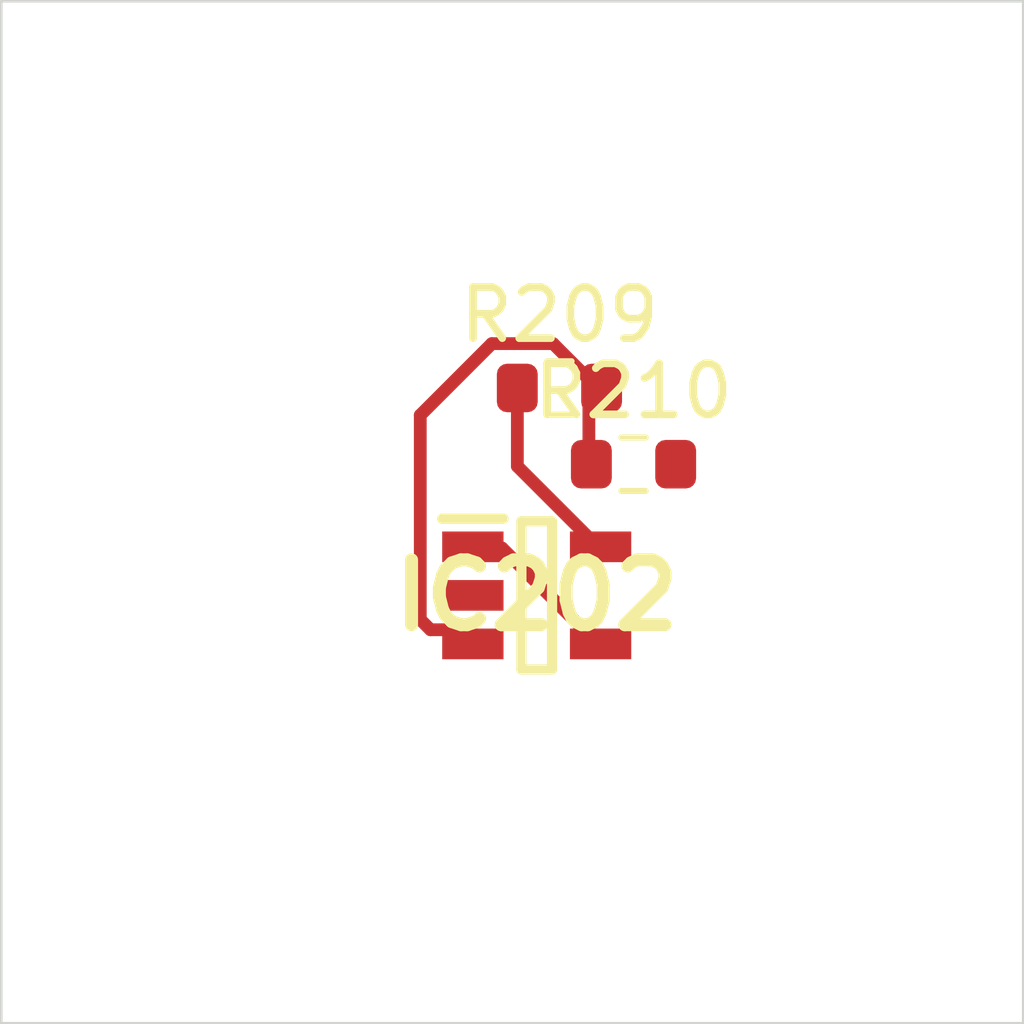
<source format=kicad_pcb>
 ( kicad_pcb  ( version 20171130 )
 ( host pcbnew 5.1.12-84ad8e8a86~92~ubuntu18.04.1 )
 ( general  ( thickness 1.6 )
 ( drawings 4 )
 ( tracks 0 )
 ( zones 0 )
 ( modules 3 )
 ( nets 5 )
)
 ( page A4 )
 ( layers  ( 0 F.Cu signal )
 ( 31 B.Cu signal )
 ( 32 B.Adhes user )
 ( 33 F.Adhes user )
 ( 34 B.Paste user )
 ( 35 F.Paste user )
 ( 36 B.SilkS user )
 ( 37 F.SilkS user )
 ( 38 B.Mask user )
 ( 39 F.Mask user )
 ( 40 Dwgs.User user )
 ( 41 Cmts.User user )
 ( 42 Eco1.User user )
 ( 43 Eco2.User user )
 ( 44 Edge.Cuts user )
 ( 45 Margin user )
 ( 46 B.CrtYd user )
 ( 47 F.CrtYd user )
 ( 48 B.Fab user )
 ( 49 F.Fab user )
)
 ( setup  ( last_trace_width 0.25 )
 ( trace_clearance 0.2 )
 ( zone_clearance 0.508 )
 ( zone_45_only no )
 ( trace_min 0.2 )
 ( via_size 0.8 )
 ( via_drill 0.4 )
 ( via_min_size 0.4 )
 ( via_min_drill 0.3 )
 ( uvia_size 0.3 )
 ( uvia_drill 0.1 )
 ( uvias_allowed no )
 ( uvia_min_size 0.2 )
 ( uvia_min_drill 0.1 )
 ( edge_width 0.05 )
 ( segment_width 0.2 )
 ( pcb_text_width 0.3 )
 ( pcb_text_size 1.5 1.5 )
 ( mod_edge_width 0.12 )
 ( mod_text_size 1 1 )
 ( mod_text_width 0.15 )
 ( pad_size 1.524 1.524 )
 ( pad_drill 0.762 )
 ( pad_to_mask_clearance 0 )
 ( aux_axis_origin 0 0 )
 ( visible_elements FFFFFF7F )
 ( pcbplotparams  ( layerselection 0x010fc_ffffffff )
 ( usegerberextensions false )
 ( usegerberattributes true )
 ( usegerberadvancedattributes true )
 ( creategerberjobfile true )
 ( excludeedgelayer true )
 ( linewidth 0.100000 )
 ( plotframeref false )
 ( viasonmask false )
 ( mode 1 )
 ( useauxorigin false )
 ( hpglpennumber 1 )
 ( hpglpenspeed 20 )
 ( hpglpendiameter 15.000000 )
 ( psnegative false )
 ( psa4output false )
 ( plotreference true )
 ( plotvalue true )
 ( plotinvisibletext false )
 ( padsonsilk false )
 ( subtractmaskfromsilk false )
 ( outputformat 1 )
 ( mirror false )
 ( drillshape 1 )
 ( scaleselection 1 )
 ( outputdirectory "" )
)
)
 ( net 0 "" )
 ( net 1 GND )
 ( net 2 VDDA )
 ( net 3 /Sheet6235D886/vp )
 ( net 4 "Net-(IC202-Pad3)" )
 ( net_class Default "This is the default net class."  ( clearance 0.2 )
 ( trace_width 0.25 )
 ( via_dia 0.8 )
 ( via_drill 0.4 )
 ( uvia_dia 0.3 )
 ( uvia_drill 0.1 )
 ( add_net /Sheet6235D886/vp )
 ( add_net GND )
 ( add_net "Net-(IC202-Pad3)" )
 ( add_net VDDA )
)
 ( module SOT95P280X145-5N locked  ( layer F.Cu )
 ( tedit 62336ED7 )
 ( tstamp 623423ED )
 ( at 90.479100 111.627000 )
 ( descr DBV0005A )
 ( tags "Integrated Circuit" )
 ( path /6235D887/6266C08E )
 ( attr smd )
 ( fp_text reference IC202  ( at 0 0 )
 ( layer F.SilkS )
 ( effects  ( font  ( size 1.27 1.27 )
 ( thickness 0.254 )
)
)
)
 ( fp_text value TL071HIDBVR  ( at 0 0 )
 ( layer F.SilkS )
hide  ( effects  ( font  ( size 1.27 1.27 )
 ( thickness 0.254 )
)
)
)
 ( fp_line  ( start -1.85 -1.5 )
 ( end -0.65 -1.5 )
 ( layer F.SilkS )
 ( width 0.2 )
)
 ( fp_line  ( start -0.3 1.45 )
 ( end -0.3 -1.45 )
 ( layer F.SilkS )
 ( width 0.2 )
)
 ( fp_line  ( start 0.3 1.45 )
 ( end -0.3 1.45 )
 ( layer F.SilkS )
 ( width 0.2 )
)
 ( fp_line  ( start 0.3 -1.45 )
 ( end 0.3 1.45 )
 ( layer F.SilkS )
 ( width 0.2 )
)
 ( fp_line  ( start -0.3 -1.45 )
 ( end 0.3 -1.45 )
 ( layer F.SilkS )
 ( width 0.2 )
)
 ( fp_line  ( start -0.8 -0.5 )
 ( end 0.15 -1.45 )
 ( layer Dwgs.User )
 ( width 0.1 )
)
 ( fp_line  ( start -0.8 1.45 )
 ( end -0.8 -1.45 )
 ( layer Dwgs.User )
 ( width 0.1 )
)
 ( fp_line  ( start 0.8 1.45 )
 ( end -0.8 1.45 )
 ( layer Dwgs.User )
 ( width 0.1 )
)
 ( fp_line  ( start 0.8 -1.45 )
 ( end 0.8 1.45 )
 ( layer Dwgs.User )
 ( width 0.1 )
)
 ( fp_line  ( start -0.8 -1.45 )
 ( end 0.8 -1.45 )
 ( layer Dwgs.User )
 ( width 0.1 )
)
 ( fp_line  ( start -2.1 1.775 )
 ( end -2.1 -1.775 )
 ( layer Dwgs.User )
 ( width 0.05 )
)
 ( fp_line  ( start 2.1 1.775 )
 ( end -2.1 1.775 )
 ( layer Dwgs.User )
 ( width 0.05 )
)
 ( fp_line  ( start 2.1 -1.775 )
 ( end 2.1 1.775 )
 ( layer Dwgs.User )
 ( width 0.05 )
)
 ( fp_line  ( start -2.1 -1.775 )
 ( end 2.1 -1.775 )
 ( layer Dwgs.User )
 ( width 0.05 )
)
 ( pad 1 smd rect  ( at -1.25 -0.95 90.000000 )
 ( size 0.6 1.2 )
 ( layers F.Cu F.Mask F.Paste )
 ( net 3 /Sheet6235D886/vp )
)
 ( pad 2 smd rect  ( at -1.25 0 90.000000 )
 ( size 0.6 1.2 )
 ( layers F.Cu F.Mask F.Paste )
 ( net 1 GND )
)
 ( pad 3 smd rect  ( at -1.25 0.95 90.000000 )
 ( size 0.6 1.2 )
 ( layers F.Cu F.Mask F.Paste )
 ( net 4 "Net-(IC202-Pad3)" )
)
 ( pad 4 smd rect  ( at 1.25 0.95 90.000000 )
 ( size 0.6 1.2 )
 ( layers F.Cu F.Mask F.Paste )
 ( net 3 /Sheet6235D886/vp )
)
 ( pad 5 smd rect  ( at 1.25 -0.95 90.000000 )
 ( size 0.6 1.2 )
 ( layers F.Cu F.Mask F.Paste )
 ( net 2 VDDA )
)
)
 ( module Resistor_SMD:R_0603_1608Metric  ( layer F.Cu )
 ( tedit 5F68FEEE )
 ( tstamp 62342595 )
 ( at 90.923900 107.568000 )
 ( descr "Resistor SMD 0603 (1608 Metric), square (rectangular) end terminal, IPC_7351 nominal, (Body size source: IPC-SM-782 page 72, https://www.pcb-3d.com/wordpress/wp-content/uploads/ipc-sm-782a_amendment_1_and_2.pdf), generated with kicad-footprint-generator" )
 ( tags resistor )
 ( path /6235D887/623CDBD9 )
 ( attr smd )
 ( fp_text reference R209  ( at 0 -1.43 )
 ( layer F.SilkS )
 ( effects  ( font  ( size 1 1 )
 ( thickness 0.15 )
)
)
)
 ( fp_text value 100k  ( at 0 1.43 )
 ( layer F.Fab )
 ( effects  ( font  ( size 1 1 )
 ( thickness 0.15 )
)
)
)
 ( fp_line  ( start -0.8 0.4125 )
 ( end -0.8 -0.4125 )
 ( layer F.Fab )
 ( width 0.1 )
)
 ( fp_line  ( start -0.8 -0.4125 )
 ( end 0.8 -0.4125 )
 ( layer F.Fab )
 ( width 0.1 )
)
 ( fp_line  ( start 0.8 -0.4125 )
 ( end 0.8 0.4125 )
 ( layer F.Fab )
 ( width 0.1 )
)
 ( fp_line  ( start 0.8 0.4125 )
 ( end -0.8 0.4125 )
 ( layer F.Fab )
 ( width 0.1 )
)
 ( fp_line  ( start -0.237258 -0.5225 )
 ( end 0.237258 -0.5225 )
 ( layer F.SilkS )
 ( width 0.12 )
)
 ( fp_line  ( start -0.237258 0.5225 )
 ( end 0.237258 0.5225 )
 ( layer F.SilkS )
 ( width 0.12 )
)
 ( fp_line  ( start -1.48 0.73 )
 ( end -1.48 -0.73 )
 ( layer F.CrtYd )
 ( width 0.05 )
)
 ( fp_line  ( start -1.48 -0.73 )
 ( end 1.48 -0.73 )
 ( layer F.CrtYd )
 ( width 0.05 )
)
 ( fp_line  ( start 1.48 -0.73 )
 ( end 1.48 0.73 )
 ( layer F.CrtYd )
 ( width 0.05 )
)
 ( fp_line  ( start 1.48 0.73 )
 ( end -1.48 0.73 )
 ( layer F.CrtYd )
 ( width 0.05 )
)
 ( fp_text user %R  ( at 0 0 )
 ( layer F.Fab )
 ( effects  ( font  ( size 0.4 0.4 )
 ( thickness 0.06 )
)
)
)
 ( pad 1 smd roundrect  ( at -0.825 0 )
 ( size 0.8 0.95 )
 ( layers F.Cu F.Mask F.Paste )
 ( roundrect_rratio 0.25 )
 ( net 2 VDDA )
)
 ( pad 2 smd roundrect  ( at 0.825 0 )
 ( size 0.8 0.95 )
 ( layers F.Cu F.Mask F.Paste )
 ( roundrect_rratio 0.25 )
 ( net 4 "Net-(IC202-Pad3)" )
)
 ( model ${KISYS3DMOD}/Resistor_SMD.3dshapes/R_0603_1608Metric.wrl  ( at  ( xyz 0 0 0 )
)
 ( scale  ( xyz 1 1 1 )
)
 ( rotate  ( xyz 0 0 0 )
)
)
)
 ( module Resistor_SMD:R_0603_1608Metric  ( layer F.Cu )
 ( tedit 5F68FEEE )
 ( tstamp 623425A6 )
 ( at 92.373600 109.060000 )
 ( descr "Resistor SMD 0603 (1608 Metric), square (rectangular) end terminal, IPC_7351 nominal, (Body size source: IPC-SM-782 page 72, https://www.pcb-3d.com/wordpress/wp-content/uploads/ipc-sm-782a_amendment_1_and_2.pdf), generated with kicad-footprint-generator" )
 ( tags resistor )
 ( path /6235D887/623CDBDF )
 ( attr smd )
 ( fp_text reference R210  ( at 0 -1.43 )
 ( layer F.SilkS )
 ( effects  ( font  ( size 1 1 )
 ( thickness 0.15 )
)
)
)
 ( fp_text value 100k  ( at 0 1.43 )
 ( layer F.Fab )
 ( effects  ( font  ( size 1 1 )
 ( thickness 0.15 )
)
)
)
 ( fp_line  ( start 1.48 0.73 )
 ( end -1.48 0.73 )
 ( layer F.CrtYd )
 ( width 0.05 )
)
 ( fp_line  ( start 1.48 -0.73 )
 ( end 1.48 0.73 )
 ( layer F.CrtYd )
 ( width 0.05 )
)
 ( fp_line  ( start -1.48 -0.73 )
 ( end 1.48 -0.73 )
 ( layer F.CrtYd )
 ( width 0.05 )
)
 ( fp_line  ( start -1.48 0.73 )
 ( end -1.48 -0.73 )
 ( layer F.CrtYd )
 ( width 0.05 )
)
 ( fp_line  ( start -0.237258 0.5225 )
 ( end 0.237258 0.5225 )
 ( layer F.SilkS )
 ( width 0.12 )
)
 ( fp_line  ( start -0.237258 -0.5225 )
 ( end 0.237258 -0.5225 )
 ( layer F.SilkS )
 ( width 0.12 )
)
 ( fp_line  ( start 0.8 0.4125 )
 ( end -0.8 0.4125 )
 ( layer F.Fab )
 ( width 0.1 )
)
 ( fp_line  ( start 0.8 -0.4125 )
 ( end 0.8 0.4125 )
 ( layer F.Fab )
 ( width 0.1 )
)
 ( fp_line  ( start -0.8 -0.4125 )
 ( end 0.8 -0.4125 )
 ( layer F.Fab )
 ( width 0.1 )
)
 ( fp_line  ( start -0.8 0.4125 )
 ( end -0.8 -0.4125 )
 ( layer F.Fab )
 ( width 0.1 )
)
 ( fp_text user %R  ( at 0 0 )
 ( layer F.Fab )
 ( effects  ( font  ( size 0.4 0.4 )
 ( thickness 0.06 )
)
)
)
 ( pad 2 smd roundrect  ( at 0.825 0 )
 ( size 0.8 0.95 )
 ( layers F.Cu F.Mask F.Paste )
 ( roundrect_rratio 0.25 )
 ( net 1 GND )
)
 ( pad 1 smd roundrect  ( at -0.825 0 )
 ( size 0.8 0.95 )
 ( layers F.Cu F.Mask F.Paste )
 ( roundrect_rratio 0.25 )
 ( net 4 "Net-(IC202-Pad3)" )
)
 ( model ${KISYS3DMOD}/Resistor_SMD.3dshapes/R_0603_1608Metric.wrl  ( at  ( xyz 0 0 0 )
)
 ( scale  ( xyz 1 1 1 )
)
 ( rotate  ( xyz 0 0 0 )
)
)
)
 ( gr_line  ( start 100 100 )
 ( end 100 120 )
 ( layer Edge.Cuts )
 ( width 0.05 )
 ( tstamp 62E770C4 )
)
 ( gr_line  ( start 80 120 )
 ( end 100 120 )
 ( layer Edge.Cuts )
 ( width 0.05 )
 ( tstamp 62E770C0 )
)
 ( gr_line  ( start 80 100 )
 ( end 100 100 )
 ( layer Edge.Cuts )
 ( width 0.05 )
 ( tstamp 6234110C )
)
 ( gr_line  ( start 80 100 )
 ( end 80 120 )
 ( layer Edge.Cuts )
 ( width 0.05 )
)
 ( segment  ( start 90.100001 107.600002 )
 ( end 90.100001 109.100002 )
 ( width 0.250000 )
 ( layer F.Cu )
 ( net 2 )
)
 ( segment  ( start 90.100001 109.100002 )
 ( end 91.700001 110.700002 )
 ( width 0.250000 )
 ( layer F.Cu )
 ( net 2 )
)
 ( segment  ( start 91.700001 112.600002 )
 ( end 89.800001 110.700002 )
 ( width 0.250000 )
 ( layer F.Cu )
 ( net 3 )
)
 ( segment  ( start 89.800001 110.700002 )
 ( end 89.200001 110.700002 )
 ( width 0.250000 )
 ( layer F.Cu )
 ( net 3 )
)
 ( segment  ( start 91.700001 107.600002 )
 ( end 90.800001 106.700002 )
 ( width 0.250000 )
 ( layer F.Cu )
 ( net 4 )
)
 ( segment  ( start 90.800001 106.700002 )
 ( end 89.600001 106.700002 )
 ( width 0.250000 )
 ( layer F.Cu )
 ( net 4 )
)
 ( segment  ( start 89.600001 106.700002 )
 ( end 88.200001 108.100002 )
 ( width 0.250000 )
 ( layer F.Cu )
 ( net 4 )
)
 ( segment  ( start 88.200001 108.100002 )
 ( end 88.200001 112.100002 )
 ( width 0.250000 )
 ( layer F.Cu )
 ( net 4 )
)
 ( segment  ( start 88.200001 112.100002 )
 ( end 88.400001 112.300002 )
 ( width 0.250000 )
 ( layer F.Cu )
 ( net 4 )
)
 ( segment  ( start 88.400001 112.300002 )
 ( end 88.900001 112.300002 )
 ( width 0.250000 )
 ( layer F.Cu )
 ( net 4 )
)
 ( segment  ( start 88.900001 112.300002 )
 ( end 89.200001 112.600002 )
 ( width 0.250000 )
 ( layer F.Cu )
 ( net 4 )
)
 ( segment  ( start 91.500001 109.100002 )
 ( end 91.500001 107.800002 )
 ( width 0.250000 )
 ( layer F.Cu )
 ( net 4 )
)
 ( segment  ( start 91.500001 107.800002 )
 ( end 91.700001 107.600002 )
 ( width 0.250000 )
 ( layer F.Cu )
 ( net 4 )
)
)

</source>
